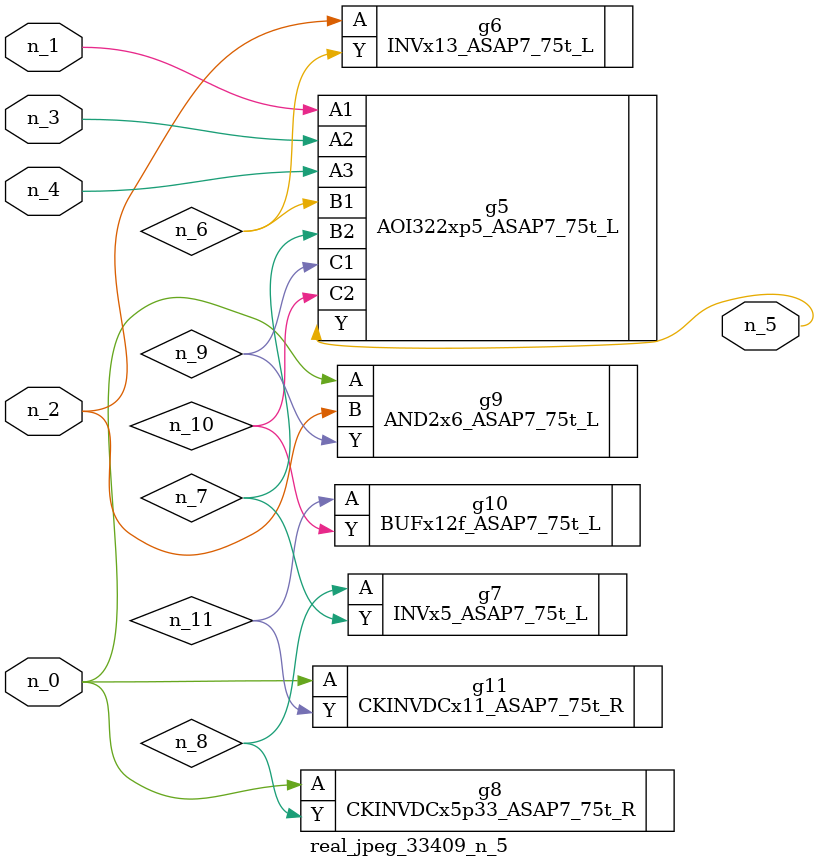
<source format=v>
module real_jpeg_33409_n_5 (n_4, n_0, n_1, n_2, n_3, n_5);

input n_4;
input n_0;
input n_1;
input n_2;
input n_3;

output n_5;

wire n_8;
wire n_11;
wire n_6;
wire n_7;
wire n_10;
wire n_9;

CKINVDCx5p33_ASAP7_75t_R g8 ( 
.A(n_0),
.Y(n_8)
);

AND2x6_ASAP7_75t_L g9 ( 
.A(n_0),
.B(n_2),
.Y(n_9)
);

CKINVDCx11_ASAP7_75t_R g11 ( 
.A(n_0),
.Y(n_11)
);

AOI322xp5_ASAP7_75t_L g5 ( 
.A1(n_1),
.A2(n_3),
.A3(n_4),
.B1(n_6),
.B2(n_7),
.C1(n_9),
.C2(n_10),
.Y(n_5)
);

INVx13_ASAP7_75t_L g6 ( 
.A(n_2),
.Y(n_6)
);

INVx5_ASAP7_75t_L g7 ( 
.A(n_8),
.Y(n_7)
);

BUFx12f_ASAP7_75t_L g10 ( 
.A(n_11),
.Y(n_10)
);


endmodule
</source>
